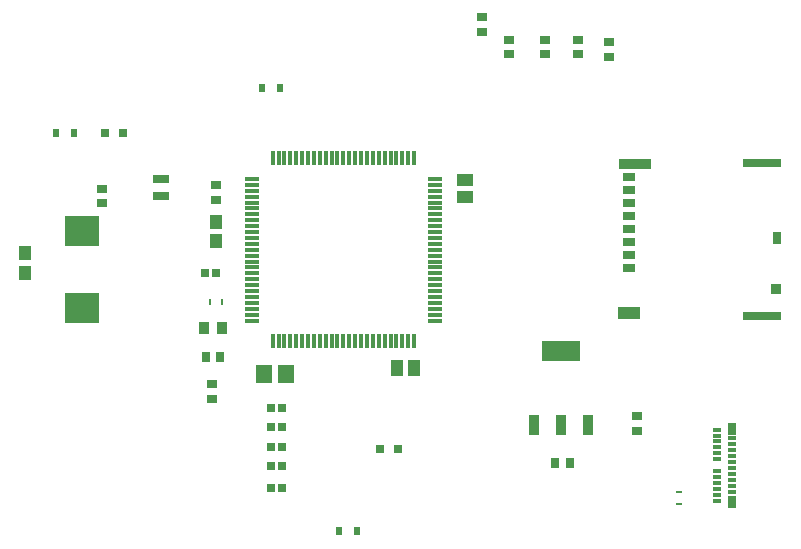
<source format=gtp>
%FSTAX23Y23*%
%MOIN*%
%SFA1B1*%

%IPPOS*%
%AMD39*
4,1,8,-0.015800,-0.034400,0.015800,-0.034400,0.017700,-0.032500,0.017700,0.032500,0.015800,0.034400,-0.015800,0.034400,-0.017700,0.032500,-0.017700,-0.032500,-0.015800,-0.034400,0.0*
1,1,0.003900,-0.015800,-0.032500*
1,1,0.003900,0.015800,-0.032500*
1,1,0.003900,0.015800,0.032500*
1,1,0.003900,-0.015800,0.032500*
%
%AMD40*
4,1,8,-0.060900,-0.034400,0.060900,-0.034400,0.063000,-0.032400,0.063000,0.032400,0.060900,0.034400,-0.060900,0.034400,-0.063000,0.032400,-0.063000,-0.032400,-0.060900,-0.034400,0.0*
1,1,0.004140,-0.060900,-0.032400*
1,1,0.004140,0.060900,-0.032400*
1,1,0.004140,0.060900,0.032400*
1,1,0.004140,-0.060900,0.032400*
%
%ADD16R,0.047240X0.011810*%
%ADD17R,0.011810X0.047240*%
%ADD18R,0.118110X0.098430*%
%ADD19R,0.039850X0.045600*%
%ADD20R,0.053390X0.043490*%
%ADD21R,0.036610X0.035430*%
%ADD22R,0.030710X0.041340*%
%ADD23R,0.072050X0.044880*%
%ADD24R,0.129920X0.027560*%
%ADD25R,0.110240X0.033860*%
%ADD26R,0.043310X0.027560*%
%ADD27R,0.031970X0.029850*%
%ADD28R,0.027560X0.039370*%
%ADD29R,0.027560X0.011810*%
%ADD30R,0.055120X0.029530*%
%ADD31R,0.031500X0.031500*%
%ADD32R,0.010730X0.018600*%
%ADD33R,0.043490X0.053390*%
%ADD34R,0.019680X0.031500*%
%ADD35R,0.029850X0.031970*%
%ADD36R,0.037400X0.041340*%
%ADD37R,0.029920X0.028350*%
%ADD38R,0.057270X0.061270*%
G04~CAMADD=39~8~0.0~0.0~354.3~689.0~19.5~0.0~15~0.0~0.0~0.0~0.0~0~0.0~0.0~0.0~0.0~0~0.0~0.0~0.0~180.0~354.0~689.0*
%ADD39D39*%
G04~CAMADD=40~8~0.0~0.0~1259.8~689.0~20.7~0.0~15~0.0~0.0~0.0~0.0~0~0.0~0.0~0.0~0.0~0~0.0~0.0~0.0~180.0~1260.0~690.0*
%ADD40D40*%
%ADD41R,0.018600X0.010730*%
%LN5th_year_project-1*%
%LPD*%
G54D16*
X02271Y02359D03*
Y02339D03*
Y0232D03*
Y023D03*
Y0228D03*
Y02261D03*
Y02241D03*
Y02221D03*
Y02201D03*
Y02182D03*
Y02162D03*
Y02142D03*
Y02123D03*
Y02103D03*
Y02083D03*
Y02064D03*
Y02044D03*
Y02024D03*
Y02005D03*
Y01985D03*
Y01965D03*
Y01946D03*
Y01926D03*
Y01906D03*
Y01887D03*
X02881D03*
Y01906D03*
Y01926D03*
Y01946D03*
Y01965D03*
Y01985D03*
Y02005D03*
Y02024D03*
Y02044D03*
Y02064D03*
Y02083D03*
Y02103D03*
Y02123D03*
Y02142D03*
Y02162D03*
Y02182D03*
Y02201D03*
Y02221D03*
Y02241D03*
Y02261D03*
Y0228D03*
Y023D03*
Y0232D03*
Y02339D03*
Y02359D03*
G54D17*
X0234Y01818D03*
X0236D03*
X02379D03*
X02399D03*
X02419D03*
X02438D03*
X02458D03*
X02478D03*
X02497D03*
X02517D03*
X02537D03*
X02556D03*
X02576D03*
X02596D03*
X02615D03*
X02635D03*
X02655D03*
X02675D03*
X02694D03*
X02714D03*
X02734D03*
X02753D03*
X02773D03*
X02793D03*
X02812D03*
Y02428D03*
X02793D03*
X02773D03*
X02753D03*
X02734D03*
X02714D03*
X02694D03*
X02675D03*
X02655D03*
X02635D03*
X02615D03*
X02596D03*
X02576D03*
X02556D03*
X02537D03*
X02517D03*
X02497D03*
X02478D03*
X02458D03*
X02438D03*
X02419D03*
X02399D03*
X02379D03*
X0236D03*
X0234D03*
G54D18*
X01704Y01929D03*
Y02185D03*
G54D19*
X01515Y02111D03*
Y02046D03*
X02153Y02217D03*
Y02152D03*
G54D20*
X0298Y02354D03*
Y02299D03*
G54D21*
X04019Y01993D03*
G54D22*
X04022Y02161D03*
G54D23*
X03529Y01911D03*
G54D24*
X03972Y01902D03*
Y02412D03*
G54D25*
X03548Y02409D03*
G54D26*
X03528Y02063D03*
Y02107D03*
Y0215D03*
Y02193D03*
Y02237D03*
Y0228D03*
Y02323D03*
Y02366D03*
G54D27*
X03039Y02849D03*
Y02898D03*
X0346Y02814D03*
Y02765D03*
X03358Y02823D03*
Y02774D03*
X03248Y02823D03*
Y02774D03*
X03129D03*
Y02823D03*
X03555Y01519D03*
Y01569D03*
X01771Y02327D03*
Y02278D03*
X02153Y02339D03*
Y0229D03*
X02137Y01624D03*
Y01674D03*
G54D28*
X03871Y01283D03*
Y01527D03*
G54D29*
X03871Y01316D03*
Y01336D03*
Y01356D03*
Y01375D03*
Y01395D03*
Y01415D03*
Y01435D03*
Y01454D03*
Y01474D03*
Y01494D03*
X0382Y01523D03*
Y01503D03*
Y01484D03*
Y01464D03*
Y01444D03*
Y01425D03*
Y01385D03*
Y01366D03*
Y01346D03*
Y01326D03*
Y01307D03*
Y01287D03*
G54D30*
X01968Y02302D03*
Y02359D03*
G54D31*
X02758Y01459D03*
X02699D03*
X0184Y02511D03*
X01781D03*
G54D32*
X02133Y01948D03*
X02173D03*
G54D33*
X02811Y01728D03*
X02755D03*
G54D34*
X02305Y02661D03*
X02364D03*
X01677Y02511D03*
X01618D03*
X0262Y01185D03*
X02561D03*
G54D35*
X02117Y01767D03*
X02166D03*
X03331Y01413D03*
X03282D03*
G54D36*
X02113Y01862D03*
X0217D03*
G54D37*
X02373Y01531D03*
X02335D03*
X02373Y01594D03*
X02335D03*
X02373Y0133D03*
X02335D03*
X02373Y01401D03*
X02335D03*
X02373Y01464D03*
X02335D03*
X02153Y02047D03*
X02114D03*
G54D38*
X02386Y01708D03*
X02313D03*
G54D39*
X03212Y01538D03*
X03303D03*
X03393D03*
G54D40*
X03303Y01784D03*
G54D41*
X03696Y01275D03*
Y01314D03*
M02*
</source>
